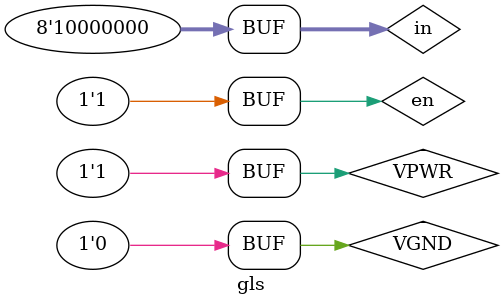
<source format=v>


`define UNIT_DELAY #1
`define FUNCTIONAL
`define USE_POWER_PINS
`include "primitives.v"
`include "sky130_fd_sc_hd.v"
`include "dvsd_pe.lvs.powered.v"

module gls;

	reg en;
	reg [7:0] in;
	reg VGND, VPWR;
	
	wire eno, gs;
	wire [2:0] out;
	

 dvsd_pe uut (VGND, VPWR, en, eno, gs, in, out);

initial begin
	$dumpfile("gls.vcd");	
	$dumpvars(0,gls);
	
 in = 8'b00000000; en = 0; VGND = 0; VPWR = 1; #10;
 in = 8'b00000001; en = 1; VGND = 0; VPWR = 1; #10;
 in = 8'b00000010; en = 1; VGND = 0; VPWR = 1; #10;
 in = 8'b00000100; en = 1; VGND = 0; VPWR = 1; #10;
 in = 8'b00001000; en = 1; VGND = 0; VPWR = 1; #10;
 in = 8'b00010000; en = 1; VGND = 0; VPWR = 1; #10;
 in = 8'b00100000; en = 1; VGND = 0; VPWR = 1; #10;
 in = 8'b01000000; en = 1; VGND = 0; VPWR = 1; #10;
 in = 8'b10000000; en = 1; VGND = 0; VPWR = 1; #10;

 end
endmodule

</source>
